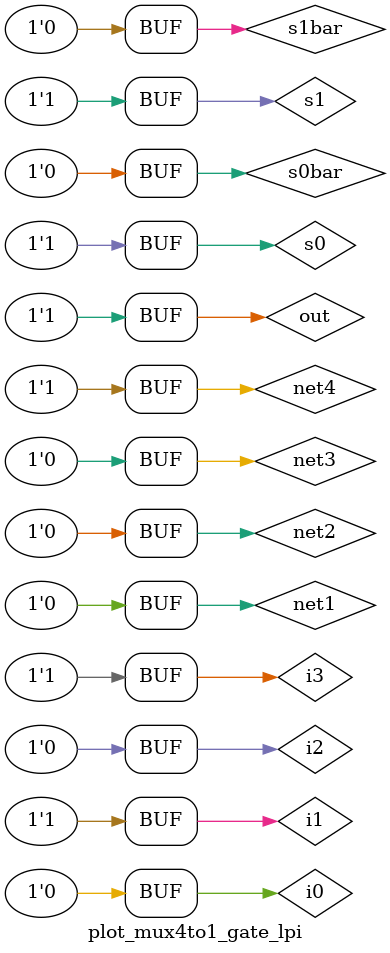
<source format=v>
module plot_mux4to1_gate_lpi();
    reg i0, i1, i2, i3, s0, s1;
    wire out, s0bar, s1bar;
    not not1 (s0bar, s0);
    not not2 (s1bar, s1);
    and and1 (net1, i0, s0bar, s1bar);
    and and2 (net2, i1, s0bar, s1);
    and and3 (net3, i2, s0, s1bar);
    and and4 (net4, i3, s0, s1);
    or or1 (out, net1, net2, net3, net4);
    initial begin
        i0 = 00; i1 = 01; i2 = 10;
        $dumpfile("plot_mux4to1_gate_lpi.vcd");
        $dumpvars(0, plot_mux4to1_gate_lpi);
        i3 = 11; s0 = 0; s1 = 0; #10;
        i3 = 11; s0 = 0; s1 = 1; #10;
        i3 = 11; s0 = 1; s1 = 0; #10;
        i3 = 11; s0 = 1; s1 = 1; #10;
    end
endmodule
</source>
